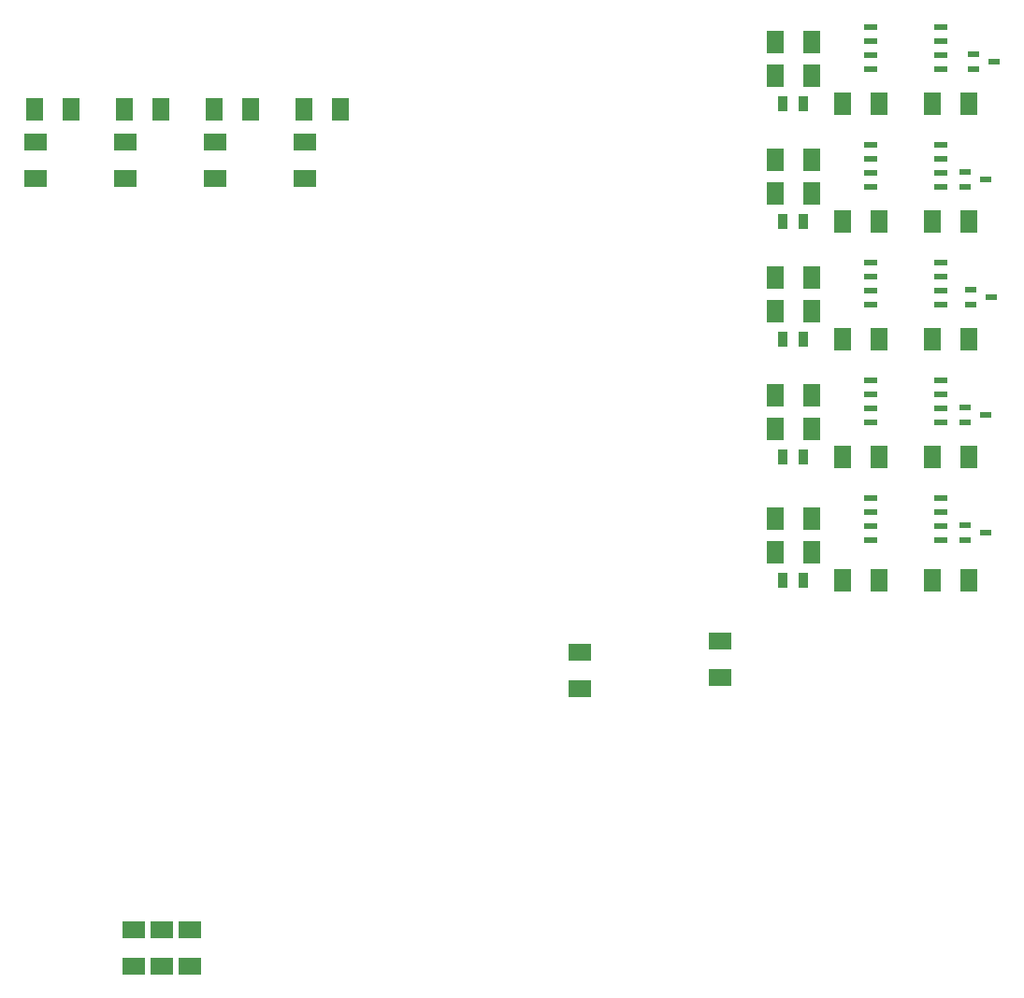
<source format=gtp>
G04 #@! TF.FileFunction,Paste,Top*
%FSLAX46Y46*%
G04 Gerber Fmt 4.6, Leading zero omitted, Abs format (unit mm)*
G04 Created by KiCad (PCBNEW 4.0.6) date 04/08/17 09:07:48*
%MOMM*%
%LPD*%
G01*
G04 APERTURE LIST*
%ADD10C,0.100000*%
%ADD11R,1.524000X2.032000*%
%ADD12R,2.032000X1.524000*%
%ADD13R,0.889000X1.397000*%
%ADD14R,1.143000X0.508000*%
%ADD15R,1.000760X0.599440*%
G04 APERTURE END LIST*
D10*
D11*
X138557000Y-55626000D03*
X141859000Y-55626000D03*
X138557000Y-44958000D03*
X141859000Y-44958000D03*
X141859000Y-91186000D03*
X138557000Y-91186000D03*
X141859000Y-80010000D03*
X138557000Y-80010000D03*
X141859000Y-69342000D03*
X138557000Y-69342000D03*
X141859000Y-58674000D03*
X138557000Y-58674000D03*
X141859000Y-48006000D03*
X138557000Y-48006000D03*
X156083000Y-93726000D03*
X152781000Y-93726000D03*
X156083000Y-82550000D03*
X152781000Y-82550000D03*
X156083000Y-71882000D03*
X152781000Y-71882000D03*
X156083000Y-61214000D03*
X152781000Y-61214000D03*
X156083000Y-50546000D03*
X152781000Y-50546000D03*
D12*
X79756000Y-53975000D03*
X79756000Y-57277000D03*
D11*
X82931000Y-51054000D03*
X79629000Y-51054000D03*
D12*
X120904000Y-100203000D03*
X120904000Y-103505000D03*
D11*
X138557000Y-66294000D03*
X141859000Y-66294000D03*
X138557000Y-76962000D03*
X141859000Y-76962000D03*
X138557000Y-88138000D03*
X141859000Y-88138000D03*
X147955000Y-50546000D03*
X144653000Y-50546000D03*
X147955000Y-61214000D03*
X144653000Y-61214000D03*
X147955000Y-71882000D03*
X144653000Y-71882000D03*
X147955000Y-82550000D03*
X144653000Y-82550000D03*
X147955000Y-93726000D03*
X144653000Y-93726000D03*
X91059000Y-51054000D03*
X87757000Y-51054000D03*
D12*
X87884000Y-53975000D03*
X87884000Y-57277000D03*
D11*
X99187000Y-51054000D03*
X95885000Y-51054000D03*
D12*
X96012000Y-53975000D03*
X96012000Y-57277000D03*
D11*
X74803000Y-51054000D03*
X71501000Y-51054000D03*
D12*
X71628000Y-53975000D03*
X71628000Y-57277000D03*
X133604000Y-99187000D03*
X133604000Y-102489000D03*
X80518000Y-125349000D03*
X80518000Y-128651000D03*
X83058000Y-125349000D03*
X83058000Y-128651000D03*
X85598000Y-125349000D03*
X85598000Y-128651000D03*
D13*
X141160500Y-50546000D03*
X139255500Y-50546000D03*
X141160500Y-61214000D03*
X139255500Y-61214000D03*
X141160500Y-71882000D03*
X139255500Y-71882000D03*
X141160500Y-82550000D03*
X139255500Y-82550000D03*
X141160500Y-93726000D03*
X139255500Y-93726000D03*
D14*
X147193000Y-47371000D03*
X147193000Y-46101000D03*
X147193000Y-44831000D03*
X147193000Y-43561000D03*
X153543000Y-43561000D03*
X153543000Y-44831000D03*
X153543000Y-46101000D03*
X153543000Y-47371000D03*
X147193000Y-58039000D03*
X147193000Y-56769000D03*
X147193000Y-55499000D03*
X147193000Y-54229000D03*
X153543000Y-54229000D03*
X153543000Y-55499000D03*
X153543000Y-56769000D03*
X153543000Y-58039000D03*
X147193000Y-68707000D03*
X147193000Y-67437000D03*
X147193000Y-66167000D03*
X147193000Y-64897000D03*
X153543000Y-64897000D03*
X153543000Y-66167000D03*
X153543000Y-67437000D03*
X153543000Y-68707000D03*
X147193000Y-79375000D03*
X147193000Y-78105000D03*
X147193000Y-76835000D03*
X147193000Y-75565000D03*
X153543000Y-75565000D03*
X153543000Y-76835000D03*
X153543000Y-78105000D03*
X153543000Y-79375000D03*
X147193000Y-90043000D03*
X147193000Y-88773000D03*
X147193000Y-87503000D03*
X147193000Y-86233000D03*
X153543000Y-86233000D03*
X153543000Y-87503000D03*
X153543000Y-88773000D03*
X153543000Y-90043000D03*
D15*
X156530040Y-47386240D03*
X156530040Y-46085760D03*
X158429960Y-46736000D03*
X155768040Y-58054240D03*
X155768040Y-56753760D03*
X157667960Y-57404000D03*
X156276040Y-68722240D03*
X156276040Y-67421760D03*
X158175960Y-68072000D03*
X155768040Y-79390240D03*
X155768040Y-78089760D03*
X157667960Y-78740000D03*
X155768040Y-90058240D03*
X155768040Y-88757760D03*
X157667960Y-89408000D03*
M02*

</source>
